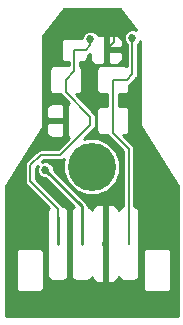
<source format=gbl>
%TF.GenerationSoftware,KiCad,Pcbnew,4.0.7-e2-6376~58~ubuntu16.04.1*%
%TF.CreationDate,2017-11-12T16:16:19-05:00*%
%TF.ProjectId,AH1892Breakout,414831383932427265616B6F75742E6B,rev?*%
%TF.FileFunction,Copper,L2,Bot,Signal*%
%FSLAX46Y46*%
G04 Gerber Fmt 4.6, Leading zero omitted, Abs format (unit mm)*
G04 Created by KiCad (PCBNEW 4.0.7-e2-6376~58~ubuntu16.04.1) date Sun Nov 12 16:16:19 2017*
%MOMM*%
%LPD*%
G01*
G04 APERTURE LIST*
%ADD10C,0.127000*%
%ADD11C,4.064000*%
%ADD12C,0.685800*%
%ADD13C,0.200000*%
%ADD14C,0.254000*%
G04 APERTURE END LIST*
D10*
D11*
X149860000Y-102616000D03*
D12*
X154432000Y-103124000D03*
X149733000Y-91821000D03*
X151765000Y-89662000D03*
X145923000Y-102870000D03*
X153289000Y-91694000D03*
D13*
X144653000Y-102489000D02*
X144653000Y-103827000D01*
X144653000Y-103827000D02*
X146987000Y-106161000D01*
X146987000Y-106161000D02*
X146987000Y-109111000D01*
X145542000Y-101600000D02*
X144653000Y-102489000D01*
X147204202Y-101600000D02*
X145542000Y-101600000D01*
X147638000Y-95250000D02*
X147638000Y-96300000D01*
X147638000Y-96300000D02*
X149733000Y-98395000D01*
X149733000Y-98395000D02*
X149733000Y-99071202D01*
X149733000Y-99071202D02*
X147204202Y-101600000D01*
X148383000Y-92710000D02*
X148383000Y-94505000D01*
X148383000Y-94505000D02*
X147638000Y-95250000D01*
X149733000Y-92310000D02*
X149733000Y-91821000D01*
X148383000Y-92710000D02*
X149333000Y-92710000D01*
X149333000Y-92710000D02*
X149733000Y-92310000D01*
D14*
X146987000Y-109111000D02*
X146987000Y-106861000D01*
D13*
X151765000Y-89662000D02*
X151765000Y-92028000D01*
X151765000Y-92028000D02*
X151083000Y-92710000D01*
D14*
X145923000Y-102870000D02*
X148987000Y-105934000D01*
X148987000Y-105934000D02*
X148987000Y-109111000D01*
D13*
X151638000Y-95250000D02*
X151638000Y-96300000D01*
X151638000Y-96300000D02*
X151638000Y-98679000D01*
X151638000Y-98679000D02*
X151638000Y-99729000D01*
X152987000Y-101078000D02*
X152987000Y-106161000D01*
X151638000Y-99729000D02*
X152987000Y-101078000D01*
X152987000Y-106161000D02*
X152987000Y-109111000D01*
X153289000Y-94799000D02*
X153289000Y-91694000D01*
X151638000Y-95250000D02*
X152838000Y-95250000D01*
X152838000Y-95250000D02*
X153289000Y-94799000D01*
D14*
G36*
X153564940Y-91024753D02*
X153433624Y-90970226D01*
X153145639Y-90969975D01*
X152879479Y-91079950D01*
X152675665Y-91283408D01*
X152565226Y-91549376D01*
X152564975Y-91837361D01*
X152674950Y-92103521D01*
X152808000Y-92236804D01*
X152808000Y-94055032D01*
X152789134Y-94042141D01*
X152638000Y-94011536D01*
X150638000Y-94011536D01*
X150496810Y-94038103D01*
X150367135Y-94121546D01*
X150280141Y-94248866D01*
X150249536Y-94400000D01*
X150249536Y-96100000D01*
X150276103Y-96241190D01*
X150359546Y-96370865D01*
X150486866Y-96457859D01*
X150638000Y-96488464D01*
X151157000Y-96488464D01*
X151157000Y-97440536D01*
X150638000Y-97440536D01*
X150496810Y-97467103D01*
X150367135Y-97550546D01*
X150280141Y-97677866D01*
X150249536Y-97829000D01*
X150249536Y-99529000D01*
X150276103Y-99670190D01*
X150359546Y-99799865D01*
X150486866Y-99886859D01*
X150638000Y-99917464D01*
X151196549Y-99917464D01*
X151297882Y-100069118D01*
X152506000Y-101277236D01*
X152506000Y-105972536D01*
X152487000Y-105972536D01*
X152345810Y-105999103D01*
X152216135Y-106082546D01*
X152129141Y-106209866D01*
X152122000Y-106245130D01*
X152122000Y-106234690D01*
X152025327Y-106001301D01*
X151846698Y-105822673D01*
X151613309Y-105726000D01*
X151272750Y-105726000D01*
X151114000Y-105884750D01*
X151114000Y-108984000D01*
X151134000Y-108984000D01*
X151134000Y-109238000D01*
X151114000Y-109238000D01*
X151114000Y-112337250D01*
X151272750Y-112496000D01*
X151613309Y-112496000D01*
X151846698Y-112399327D01*
X152025327Y-112220699D01*
X152122000Y-111987310D01*
X152122000Y-111985699D01*
X152125103Y-112002190D01*
X152208546Y-112131865D01*
X152335866Y-112218859D01*
X152487000Y-112249464D01*
X153487000Y-112249464D01*
X153628190Y-112222897D01*
X153757865Y-112139454D01*
X153844859Y-112012134D01*
X153875464Y-111861000D01*
X153875464Y-109861000D01*
X154198536Y-109861000D01*
X154198536Y-112861000D01*
X154225103Y-113002190D01*
X154308546Y-113131865D01*
X154435866Y-113218859D01*
X154587000Y-113249464D01*
X156187000Y-113249464D01*
X156328190Y-113222897D01*
X156457865Y-113139454D01*
X156544859Y-113012134D01*
X156575464Y-112861000D01*
X156575464Y-109861000D01*
X156548897Y-109719810D01*
X156465454Y-109590135D01*
X156338134Y-109503141D01*
X156187000Y-109472536D01*
X154587000Y-109472536D01*
X154445810Y-109499103D01*
X154316135Y-109582546D01*
X154229141Y-109709866D01*
X154198536Y-109861000D01*
X153875464Y-109861000D01*
X153875464Y-106361000D01*
X153848897Y-106219810D01*
X153765454Y-106090135D01*
X153638134Y-106003141D01*
X153487000Y-105972536D01*
X153468000Y-105972536D01*
X153468000Y-101078000D01*
X153431386Y-100893929D01*
X153327118Y-100737882D01*
X152506700Y-99917464D01*
X152638000Y-99917464D01*
X152779190Y-99890897D01*
X152908865Y-99807454D01*
X152995859Y-99680134D01*
X153026464Y-99529000D01*
X153026464Y-97829000D01*
X152999897Y-97687810D01*
X152916454Y-97558135D01*
X152789134Y-97471141D01*
X152638000Y-97440536D01*
X152119000Y-97440536D01*
X152119000Y-96488464D01*
X152638000Y-96488464D01*
X152779190Y-96461897D01*
X152908865Y-96378454D01*
X152995859Y-96251134D01*
X153026464Y-96100000D01*
X153026464Y-95691451D01*
X153178118Y-95590118D01*
X153629118Y-95139119D01*
X153733386Y-94983071D01*
X153747944Y-94909882D01*
X153770000Y-94799000D01*
X153770000Y-92236696D01*
X153902335Y-92104592D01*
X153962100Y-91960661D01*
X153962100Y-99060000D01*
X153967679Y-99088045D01*
X153966808Y-99116627D01*
X153980607Y-99153038D01*
X153988202Y-99191222D01*
X154004087Y-99214995D01*
X154014221Y-99241737D01*
X157137100Y-104238343D01*
X157137100Y-115227100D01*
X142582900Y-115227100D01*
X142582900Y-109861000D01*
X143398536Y-109861000D01*
X143398536Y-112861000D01*
X143425103Y-113002190D01*
X143508546Y-113131865D01*
X143635866Y-113218859D01*
X143787000Y-113249464D01*
X145387000Y-113249464D01*
X145528190Y-113222897D01*
X145657865Y-113139454D01*
X145744859Y-113012134D01*
X145775464Y-112861000D01*
X145775464Y-109861000D01*
X145748897Y-109719810D01*
X145665454Y-109590135D01*
X145538134Y-109503141D01*
X145387000Y-109472536D01*
X143787000Y-109472536D01*
X143645810Y-109499103D01*
X143516135Y-109582546D01*
X143429141Y-109709866D01*
X143398536Y-109861000D01*
X142582900Y-109861000D01*
X142582900Y-104238343D01*
X143676239Y-102489000D01*
X144172000Y-102489000D01*
X144172000Y-103827000D01*
X144198110Y-103958263D01*
X144208614Y-104011071D01*
X144312882Y-104167118D01*
X146223543Y-106077779D01*
X146216135Y-106082546D01*
X146129141Y-106209866D01*
X146098536Y-106361000D01*
X146098536Y-111861000D01*
X146125103Y-112002190D01*
X146208546Y-112131865D01*
X146335866Y-112218859D01*
X146487000Y-112249464D01*
X147487000Y-112249464D01*
X147628190Y-112222897D01*
X147757865Y-112139454D01*
X147844859Y-112012134D01*
X147875464Y-111861000D01*
X147875464Y-106361000D01*
X147848897Y-106219810D01*
X147765454Y-106090135D01*
X147638134Y-106003141D01*
X147487000Y-105972536D01*
X147428451Y-105972536D01*
X147328315Y-105822673D01*
X147327118Y-105820881D01*
X145134000Y-103627764D01*
X145134000Y-102688236D01*
X145271915Y-102550321D01*
X145199226Y-102725376D01*
X145198975Y-103013361D01*
X145308950Y-103279521D01*
X145512408Y-103483335D01*
X145778376Y-103593774D01*
X145928485Y-103593905D01*
X148338431Y-106003851D01*
X148216135Y-106082546D01*
X148129141Y-106209866D01*
X148098536Y-106361000D01*
X148098536Y-111861000D01*
X148125103Y-112002190D01*
X148208546Y-112131865D01*
X148335866Y-112218859D01*
X148487000Y-112249464D01*
X149487000Y-112249464D01*
X149628190Y-112222897D01*
X149757865Y-112139454D01*
X149844859Y-112012134D01*
X149852000Y-111976870D01*
X149852000Y-111987310D01*
X149948673Y-112220699D01*
X150127302Y-112399327D01*
X150360691Y-112496000D01*
X150701250Y-112496000D01*
X150860000Y-112337250D01*
X150860000Y-109238000D01*
X150840000Y-109238000D01*
X150840000Y-108984000D01*
X150860000Y-108984000D01*
X150860000Y-105884750D01*
X150701250Y-105726000D01*
X150360691Y-105726000D01*
X150127302Y-105822673D01*
X149948673Y-106001301D01*
X149852000Y-106234690D01*
X149852000Y-106236301D01*
X149848897Y-106219810D01*
X149765454Y-106090135D01*
X149638134Y-106003141D01*
X149495000Y-105974156D01*
X149495000Y-105934000D01*
X149456331Y-105739597D01*
X149456331Y-105739596D01*
X149346210Y-105574790D01*
X146646895Y-102875475D01*
X146647025Y-102726639D01*
X146537050Y-102460479D01*
X146333592Y-102256665D01*
X146067624Y-102146226D01*
X145779639Y-102145975D01*
X145603469Y-102218767D01*
X145741236Y-102081000D01*
X147204202Y-102081000D01*
X147388273Y-102044386D01*
X147521585Y-101955309D01*
X147447420Y-102133919D01*
X147446583Y-103093870D01*
X147813166Y-103981069D01*
X148491361Y-104660449D01*
X149377919Y-105028580D01*
X150337870Y-105029417D01*
X151225069Y-104662834D01*
X151904449Y-103984639D01*
X152272580Y-103098081D01*
X152273417Y-102138130D01*
X151906834Y-101250931D01*
X151228639Y-100571551D01*
X150342081Y-100203420D01*
X149382130Y-100202583D01*
X149211249Y-100273189D01*
X150073118Y-99411321D01*
X150177386Y-99255273D01*
X150180078Y-99241737D01*
X150214000Y-99071202D01*
X150214000Y-98395000D01*
X150177386Y-98210929D01*
X150168747Y-98198000D01*
X150073118Y-98054881D01*
X148506700Y-96488464D01*
X148638000Y-96488464D01*
X148779190Y-96461897D01*
X148908865Y-96378454D01*
X148995859Y-96251134D01*
X149026464Y-96100000D01*
X149026464Y-94400000D01*
X148999897Y-94258810D01*
X148916454Y-94129135D01*
X148864000Y-94093295D01*
X148864000Y-93748464D01*
X149133000Y-93748464D01*
X149274190Y-93721897D01*
X149403865Y-93638454D01*
X149490859Y-93511134D01*
X149521464Y-93360000D01*
X149521464Y-93151451D01*
X149673118Y-93050118D01*
X149698000Y-93025236D01*
X149698000Y-93486310D01*
X149794673Y-93719699D01*
X149973302Y-93898327D01*
X150206691Y-93995000D01*
X150797250Y-93995000D01*
X150956000Y-93836250D01*
X150956000Y-92837000D01*
X151210000Y-92837000D01*
X151210000Y-93836250D01*
X151368750Y-93995000D01*
X151959309Y-93995000D01*
X152192698Y-93898327D01*
X152371327Y-93719699D01*
X152468000Y-93486310D01*
X152468000Y-92995750D01*
X152309250Y-92837000D01*
X151210000Y-92837000D01*
X150956000Y-92837000D01*
X150936000Y-92837000D01*
X150936000Y-92583000D01*
X150956000Y-92583000D01*
X150956000Y-91583750D01*
X151210000Y-91583750D01*
X151210000Y-92583000D01*
X152309250Y-92583000D01*
X152468000Y-92424250D01*
X152468000Y-91933690D01*
X152371327Y-91700301D01*
X152192698Y-91521673D01*
X151959309Y-91425000D01*
X151368750Y-91425000D01*
X151210000Y-91583750D01*
X150956000Y-91583750D01*
X150797250Y-91425000D01*
X150352637Y-91425000D01*
X150347050Y-91411479D01*
X150143592Y-91207665D01*
X149877624Y-91097226D01*
X149589639Y-91096975D01*
X149323479Y-91206950D01*
X149119665Y-91410408D01*
X149011236Y-91671536D01*
X147633000Y-91671536D01*
X147491810Y-91698103D01*
X147362135Y-91781546D01*
X147275141Y-91908866D01*
X147244536Y-92060000D01*
X147244536Y-93360000D01*
X147271103Y-93501190D01*
X147354546Y-93630865D01*
X147481866Y-93717859D01*
X147633000Y-93748464D01*
X147902000Y-93748464D01*
X147902000Y-94011536D01*
X146638000Y-94011536D01*
X146496810Y-94038103D01*
X146367135Y-94121546D01*
X146280141Y-94248866D01*
X146249536Y-94400000D01*
X146249536Y-96100000D01*
X146276103Y-96241190D01*
X146359546Y-96370865D01*
X146486866Y-96457859D01*
X146638000Y-96488464D01*
X147196549Y-96488464D01*
X147297882Y-96640118D01*
X147887757Y-97229993D01*
X147765000Y-97352750D01*
X147765000Y-98552000D01*
X147785000Y-98552000D01*
X147785000Y-98806000D01*
X147765000Y-98806000D01*
X147765000Y-100005250D01*
X147923750Y-100164000D01*
X147959966Y-100164000D01*
X147004966Y-101119000D01*
X145542000Y-101119000D01*
X145357929Y-101155614D01*
X145220621Y-101247361D01*
X145201882Y-101259882D01*
X144312882Y-102148882D01*
X144208614Y-102304929D01*
X144172000Y-102489000D01*
X143676239Y-102489000D01*
X145705779Y-99241737D01*
X145715913Y-99214995D01*
X145731798Y-99191222D01*
X145739393Y-99153038D01*
X145753192Y-99116627D01*
X145752321Y-99088045D01*
X145757900Y-99060000D01*
X145757900Y-98964750D01*
X146003000Y-98964750D01*
X146003000Y-99655310D01*
X146099673Y-99888699D01*
X146278302Y-100067327D01*
X146511691Y-100164000D01*
X147352250Y-100164000D01*
X147511000Y-100005250D01*
X147511000Y-98806000D01*
X146161750Y-98806000D01*
X146003000Y-98964750D01*
X145757900Y-98964750D01*
X145757900Y-97702690D01*
X146003000Y-97702690D01*
X146003000Y-98393250D01*
X146161750Y-98552000D01*
X147511000Y-98552000D01*
X147511000Y-97352750D01*
X147352250Y-97194000D01*
X146511691Y-97194000D01*
X146278302Y-97290673D01*
X146099673Y-97469301D01*
X146003000Y-97702690D01*
X145757900Y-97702690D01*
X145757900Y-91554300D01*
X147491450Y-89242900D01*
X152228550Y-89242900D01*
X153564940Y-91024753D01*
X153564940Y-91024753D01*
G37*
X153564940Y-91024753D02*
X153433624Y-90970226D01*
X153145639Y-90969975D01*
X152879479Y-91079950D01*
X152675665Y-91283408D01*
X152565226Y-91549376D01*
X152564975Y-91837361D01*
X152674950Y-92103521D01*
X152808000Y-92236804D01*
X152808000Y-94055032D01*
X152789134Y-94042141D01*
X152638000Y-94011536D01*
X150638000Y-94011536D01*
X150496810Y-94038103D01*
X150367135Y-94121546D01*
X150280141Y-94248866D01*
X150249536Y-94400000D01*
X150249536Y-96100000D01*
X150276103Y-96241190D01*
X150359546Y-96370865D01*
X150486866Y-96457859D01*
X150638000Y-96488464D01*
X151157000Y-96488464D01*
X151157000Y-97440536D01*
X150638000Y-97440536D01*
X150496810Y-97467103D01*
X150367135Y-97550546D01*
X150280141Y-97677866D01*
X150249536Y-97829000D01*
X150249536Y-99529000D01*
X150276103Y-99670190D01*
X150359546Y-99799865D01*
X150486866Y-99886859D01*
X150638000Y-99917464D01*
X151196549Y-99917464D01*
X151297882Y-100069118D01*
X152506000Y-101277236D01*
X152506000Y-105972536D01*
X152487000Y-105972536D01*
X152345810Y-105999103D01*
X152216135Y-106082546D01*
X152129141Y-106209866D01*
X152122000Y-106245130D01*
X152122000Y-106234690D01*
X152025327Y-106001301D01*
X151846698Y-105822673D01*
X151613309Y-105726000D01*
X151272750Y-105726000D01*
X151114000Y-105884750D01*
X151114000Y-108984000D01*
X151134000Y-108984000D01*
X151134000Y-109238000D01*
X151114000Y-109238000D01*
X151114000Y-112337250D01*
X151272750Y-112496000D01*
X151613309Y-112496000D01*
X151846698Y-112399327D01*
X152025327Y-112220699D01*
X152122000Y-111987310D01*
X152122000Y-111985699D01*
X152125103Y-112002190D01*
X152208546Y-112131865D01*
X152335866Y-112218859D01*
X152487000Y-112249464D01*
X153487000Y-112249464D01*
X153628190Y-112222897D01*
X153757865Y-112139454D01*
X153844859Y-112012134D01*
X153875464Y-111861000D01*
X153875464Y-109861000D01*
X154198536Y-109861000D01*
X154198536Y-112861000D01*
X154225103Y-113002190D01*
X154308546Y-113131865D01*
X154435866Y-113218859D01*
X154587000Y-113249464D01*
X156187000Y-113249464D01*
X156328190Y-113222897D01*
X156457865Y-113139454D01*
X156544859Y-113012134D01*
X156575464Y-112861000D01*
X156575464Y-109861000D01*
X156548897Y-109719810D01*
X156465454Y-109590135D01*
X156338134Y-109503141D01*
X156187000Y-109472536D01*
X154587000Y-109472536D01*
X154445810Y-109499103D01*
X154316135Y-109582546D01*
X154229141Y-109709866D01*
X154198536Y-109861000D01*
X153875464Y-109861000D01*
X153875464Y-106361000D01*
X153848897Y-106219810D01*
X153765454Y-106090135D01*
X153638134Y-106003141D01*
X153487000Y-105972536D01*
X153468000Y-105972536D01*
X153468000Y-101078000D01*
X153431386Y-100893929D01*
X153327118Y-100737882D01*
X152506700Y-99917464D01*
X152638000Y-99917464D01*
X152779190Y-99890897D01*
X152908865Y-99807454D01*
X152995859Y-99680134D01*
X153026464Y-99529000D01*
X153026464Y-97829000D01*
X152999897Y-97687810D01*
X152916454Y-97558135D01*
X152789134Y-97471141D01*
X152638000Y-97440536D01*
X152119000Y-97440536D01*
X152119000Y-96488464D01*
X152638000Y-96488464D01*
X152779190Y-96461897D01*
X152908865Y-96378454D01*
X152995859Y-96251134D01*
X153026464Y-96100000D01*
X153026464Y-95691451D01*
X153178118Y-95590118D01*
X153629118Y-95139119D01*
X153733386Y-94983071D01*
X153747944Y-94909882D01*
X153770000Y-94799000D01*
X153770000Y-92236696D01*
X153902335Y-92104592D01*
X153962100Y-91960661D01*
X153962100Y-99060000D01*
X153967679Y-99088045D01*
X153966808Y-99116627D01*
X153980607Y-99153038D01*
X153988202Y-99191222D01*
X154004087Y-99214995D01*
X154014221Y-99241737D01*
X157137100Y-104238343D01*
X157137100Y-115227100D01*
X142582900Y-115227100D01*
X142582900Y-109861000D01*
X143398536Y-109861000D01*
X143398536Y-112861000D01*
X143425103Y-113002190D01*
X143508546Y-113131865D01*
X143635866Y-113218859D01*
X143787000Y-113249464D01*
X145387000Y-113249464D01*
X145528190Y-113222897D01*
X145657865Y-113139454D01*
X145744859Y-113012134D01*
X145775464Y-112861000D01*
X145775464Y-109861000D01*
X145748897Y-109719810D01*
X145665454Y-109590135D01*
X145538134Y-109503141D01*
X145387000Y-109472536D01*
X143787000Y-109472536D01*
X143645810Y-109499103D01*
X143516135Y-109582546D01*
X143429141Y-109709866D01*
X143398536Y-109861000D01*
X142582900Y-109861000D01*
X142582900Y-104238343D01*
X143676239Y-102489000D01*
X144172000Y-102489000D01*
X144172000Y-103827000D01*
X144198110Y-103958263D01*
X144208614Y-104011071D01*
X144312882Y-104167118D01*
X146223543Y-106077779D01*
X146216135Y-106082546D01*
X146129141Y-106209866D01*
X146098536Y-106361000D01*
X146098536Y-111861000D01*
X146125103Y-112002190D01*
X146208546Y-112131865D01*
X146335866Y-112218859D01*
X146487000Y-112249464D01*
X147487000Y-112249464D01*
X147628190Y-112222897D01*
X147757865Y-112139454D01*
X147844859Y-112012134D01*
X147875464Y-111861000D01*
X147875464Y-106361000D01*
X147848897Y-106219810D01*
X147765454Y-106090135D01*
X147638134Y-106003141D01*
X147487000Y-105972536D01*
X147428451Y-105972536D01*
X147328315Y-105822673D01*
X147327118Y-105820881D01*
X145134000Y-103627764D01*
X145134000Y-102688236D01*
X145271915Y-102550321D01*
X145199226Y-102725376D01*
X145198975Y-103013361D01*
X145308950Y-103279521D01*
X145512408Y-103483335D01*
X145778376Y-103593774D01*
X145928485Y-103593905D01*
X148338431Y-106003851D01*
X148216135Y-106082546D01*
X148129141Y-106209866D01*
X148098536Y-106361000D01*
X148098536Y-111861000D01*
X148125103Y-112002190D01*
X148208546Y-112131865D01*
X148335866Y-112218859D01*
X148487000Y-112249464D01*
X149487000Y-112249464D01*
X149628190Y-112222897D01*
X149757865Y-112139454D01*
X149844859Y-112012134D01*
X149852000Y-111976870D01*
X149852000Y-111987310D01*
X149948673Y-112220699D01*
X150127302Y-112399327D01*
X150360691Y-112496000D01*
X150701250Y-112496000D01*
X150860000Y-112337250D01*
X150860000Y-109238000D01*
X150840000Y-109238000D01*
X150840000Y-108984000D01*
X150860000Y-108984000D01*
X150860000Y-105884750D01*
X150701250Y-105726000D01*
X150360691Y-105726000D01*
X150127302Y-105822673D01*
X149948673Y-106001301D01*
X149852000Y-106234690D01*
X149852000Y-106236301D01*
X149848897Y-106219810D01*
X149765454Y-106090135D01*
X149638134Y-106003141D01*
X149495000Y-105974156D01*
X149495000Y-105934000D01*
X149456331Y-105739597D01*
X149456331Y-105739596D01*
X149346210Y-105574790D01*
X146646895Y-102875475D01*
X146647025Y-102726639D01*
X146537050Y-102460479D01*
X146333592Y-102256665D01*
X146067624Y-102146226D01*
X145779639Y-102145975D01*
X145603469Y-102218767D01*
X145741236Y-102081000D01*
X147204202Y-102081000D01*
X147388273Y-102044386D01*
X147521585Y-101955309D01*
X147447420Y-102133919D01*
X147446583Y-103093870D01*
X147813166Y-103981069D01*
X148491361Y-104660449D01*
X149377919Y-105028580D01*
X150337870Y-105029417D01*
X151225069Y-104662834D01*
X151904449Y-103984639D01*
X152272580Y-103098081D01*
X152273417Y-102138130D01*
X151906834Y-101250931D01*
X151228639Y-100571551D01*
X150342081Y-100203420D01*
X149382130Y-100202583D01*
X149211249Y-100273189D01*
X150073118Y-99411321D01*
X150177386Y-99255273D01*
X150180078Y-99241737D01*
X150214000Y-99071202D01*
X150214000Y-98395000D01*
X150177386Y-98210929D01*
X150168747Y-98198000D01*
X150073118Y-98054881D01*
X148506700Y-96488464D01*
X148638000Y-96488464D01*
X148779190Y-96461897D01*
X148908865Y-96378454D01*
X148995859Y-96251134D01*
X149026464Y-96100000D01*
X149026464Y-94400000D01*
X148999897Y-94258810D01*
X148916454Y-94129135D01*
X148864000Y-94093295D01*
X148864000Y-93748464D01*
X149133000Y-93748464D01*
X149274190Y-93721897D01*
X149403865Y-93638454D01*
X149490859Y-93511134D01*
X149521464Y-93360000D01*
X149521464Y-93151451D01*
X149673118Y-93050118D01*
X149698000Y-93025236D01*
X149698000Y-93486310D01*
X149794673Y-93719699D01*
X149973302Y-93898327D01*
X150206691Y-93995000D01*
X150797250Y-93995000D01*
X150956000Y-93836250D01*
X150956000Y-92837000D01*
X151210000Y-92837000D01*
X151210000Y-93836250D01*
X151368750Y-93995000D01*
X151959309Y-93995000D01*
X152192698Y-93898327D01*
X152371327Y-93719699D01*
X152468000Y-93486310D01*
X152468000Y-92995750D01*
X152309250Y-92837000D01*
X151210000Y-92837000D01*
X150956000Y-92837000D01*
X150936000Y-92837000D01*
X150936000Y-92583000D01*
X150956000Y-92583000D01*
X150956000Y-91583750D01*
X151210000Y-91583750D01*
X151210000Y-92583000D01*
X152309250Y-92583000D01*
X152468000Y-92424250D01*
X152468000Y-91933690D01*
X152371327Y-91700301D01*
X152192698Y-91521673D01*
X151959309Y-91425000D01*
X151368750Y-91425000D01*
X151210000Y-91583750D01*
X150956000Y-91583750D01*
X150797250Y-91425000D01*
X150352637Y-91425000D01*
X150347050Y-91411479D01*
X150143592Y-91207665D01*
X149877624Y-91097226D01*
X149589639Y-91096975D01*
X149323479Y-91206950D01*
X149119665Y-91410408D01*
X149011236Y-91671536D01*
X147633000Y-91671536D01*
X147491810Y-91698103D01*
X147362135Y-91781546D01*
X147275141Y-91908866D01*
X147244536Y-92060000D01*
X147244536Y-93360000D01*
X147271103Y-93501190D01*
X147354546Y-93630865D01*
X147481866Y-93717859D01*
X147633000Y-93748464D01*
X147902000Y-93748464D01*
X147902000Y-94011536D01*
X146638000Y-94011536D01*
X146496810Y-94038103D01*
X146367135Y-94121546D01*
X146280141Y-94248866D01*
X146249536Y-94400000D01*
X146249536Y-96100000D01*
X146276103Y-96241190D01*
X146359546Y-96370865D01*
X146486866Y-96457859D01*
X146638000Y-96488464D01*
X147196549Y-96488464D01*
X147297882Y-96640118D01*
X147887757Y-97229993D01*
X147765000Y-97352750D01*
X147765000Y-98552000D01*
X147785000Y-98552000D01*
X147785000Y-98806000D01*
X147765000Y-98806000D01*
X147765000Y-100005250D01*
X147923750Y-100164000D01*
X147959966Y-100164000D01*
X147004966Y-101119000D01*
X145542000Y-101119000D01*
X145357929Y-101155614D01*
X145220621Y-101247361D01*
X145201882Y-101259882D01*
X144312882Y-102148882D01*
X144208614Y-102304929D01*
X144172000Y-102489000D01*
X143676239Y-102489000D01*
X145705779Y-99241737D01*
X145715913Y-99214995D01*
X145731798Y-99191222D01*
X145739393Y-99153038D01*
X145753192Y-99116627D01*
X145752321Y-99088045D01*
X145757900Y-99060000D01*
X145757900Y-98964750D01*
X146003000Y-98964750D01*
X146003000Y-99655310D01*
X146099673Y-99888699D01*
X146278302Y-100067327D01*
X146511691Y-100164000D01*
X147352250Y-100164000D01*
X147511000Y-100005250D01*
X147511000Y-98806000D01*
X146161750Y-98806000D01*
X146003000Y-98964750D01*
X145757900Y-98964750D01*
X145757900Y-97702690D01*
X146003000Y-97702690D01*
X146003000Y-98393250D01*
X146161750Y-98552000D01*
X147511000Y-98552000D01*
X147511000Y-97352750D01*
X147352250Y-97194000D01*
X146511691Y-97194000D01*
X146278302Y-97290673D01*
X146099673Y-97469301D01*
X146003000Y-97702690D01*
X145757900Y-97702690D01*
X145757900Y-91554300D01*
X147491450Y-89242900D01*
X152228550Y-89242900D01*
X153564940Y-91024753D01*
M02*

</source>
